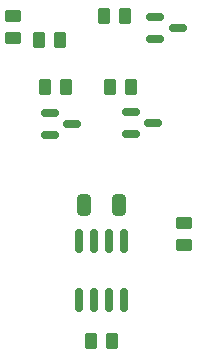
<source format=gbr>
%TF.GenerationSoftware,KiCad,Pcbnew,9.0.3-9.0.3-0~ubuntu24.04.1*%
%TF.CreationDate,2025-09-07T11:30:27-03:00*%
%TF.ProjectId,SvoCamBoardBottom,53766f43-616d-4426-9f61-7264426f7474,rev?*%
%TF.SameCoordinates,Original*%
%TF.FileFunction,Paste,Top*%
%TF.FilePolarity,Positive*%
%FSLAX46Y46*%
G04 Gerber Fmt 4.6, Leading zero omitted, Abs format (unit mm)*
G04 Created by KiCad (PCBNEW 9.0.3-9.0.3-0~ubuntu24.04.1) date 2025-09-07 11:30:27*
%MOMM*%
%LPD*%
G01*
G04 APERTURE LIST*
G04 Aperture macros list*
%AMRoundRect*
0 Rectangle with rounded corners*
0 $1 Rounding radius*
0 $2 $3 $4 $5 $6 $7 $8 $9 X,Y pos of 4 corners*
0 Add a 4 corners polygon primitive as box body*
4,1,4,$2,$3,$4,$5,$6,$7,$8,$9,$2,$3,0*
0 Add four circle primitives for the rounded corners*
1,1,$1+$1,$2,$3*
1,1,$1+$1,$4,$5*
1,1,$1+$1,$6,$7*
1,1,$1+$1,$8,$9*
0 Add four rect primitives between the rounded corners*
20,1,$1+$1,$2,$3,$4,$5,0*
20,1,$1+$1,$4,$5,$6,$7,0*
20,1,$1+$1,$6,$7,$8,$9,0*
20,1,$1+$1,$8,$9,$2,$3,0*%
G04 Aperture macros list end*
%ADD10RoundRect,0.250000X0.450000X-0.262500X0.450000X0.262500X-0.450000X0.262500X-0.450000X-0.262500X0*%
%ADD11RoundRect,0.150000X-0.587500X-0.150000X0.587500X-0.150000X0.587500X0.150000X-0.587500X0.150000X0*%
%ADD12RoundRect,0.250000X-0.262500X-0.450000X0.262500X-0.450000X0.262500X0.450000X-0.262500X0.450000X0*%
%ADD13RoundRect,0.150000X-0.150000X0.825000X-0.150000X-0.825000X0.150000X-0.825000X0.150000X0.825000X0*%
%ADD14RoundRect,0.250000X-0.325000X-0.650000X0.325000X-0.650000X0.325000X0.650000X-0.325000X0.650000X0*%
%ADD15RoundRect,0.250000X0.262500X0.450000X-0.262500X0.450000X-0.262500X-0.450000X0.262500X-0.450000X0*%
G04 APERTURE END LIST*
D10*
%TO.C,R1*%
X164500000Y-94325000D03*
X164500000Y-92500000D03*
%TD*%
D11*
%TO.C,Q3*%
X162062500Y-75050000D03*
X162062500Y-76950000D03*
X163937500Y-76000000D03*
%TD*%
D12*
%TO.C,R6*%
X152175000Y-77000000D03*
X154000000Y-77000000D03*
%TD*%
D13*
%TO.C,U3*%
X159405000Y-94025000D03*
X158135000Y-94025000D03*
X156865000Y-94025000D03*
X155595000Y-94025000D03*
X155595000Y-98975000D03*
X156865000Y-98975000D03*
X158135000Y-98975000D03*
X159405000Y-98975000D03*
%TD*%
D12*
%TO.C,R3*%
X158175000Y-81000000D03*
X160000000Y-81000000D03*
%TD*%
D11*
%TO.C,Q1*%
X160000000Y-83100000D03*
X160000000Y-85000000D03*
X161875000Y-84050000D03*
%TD*%
D14*
%TO.C,C1*%
X156050000Y-91000000D03*
X159000000Y-91000000D03*
%TD*%
D15*
%TO.C,R2*%
X154500000Y-81000000D03*
X152675000Y-81000000D03*
%TD*%
%TO.C,R5*%
X158412500Y-102500000D03*
X156587500Y-102500000D03*
%TD*%
D10*
%TO.C,R7*%
X150000000Y-76825000D03*
X150000000Y-75000000D03*
%TD*%
D12*
%TO.C,R4*%
X157675000Y-75000000D03*
X159500000Y-75000000D03*
%TD*%
D11*
%TO.C,Q2*%
X153125000Y-83150000D03*
X153125000Y-85050000D03*
X155000000Y-84100000D03*
%TD*%
M02*

</source>
